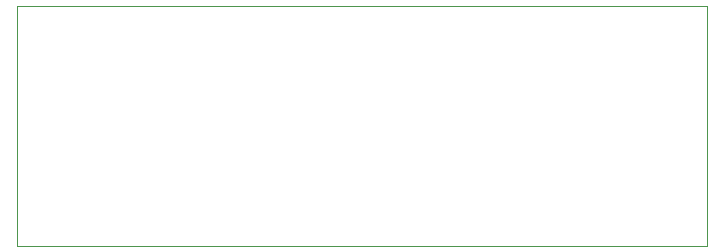
<source format=gtp>
G75*
%MOIN*%
%OFA0B0*%
%FSLAX25Y25*%
%IPPOS*%
%LPD*%
%AMOC8*
5,1,8,0,0,1.08239X$1,22.5*
%
%ADD10C,0.00000*%
D10*
X0001000Y0001301D02*
X0001000Y0081261D01*
X0230999Y0081260D01*
X0230999Y0001300D01*
X0001000Y0001301D01*
M02*

</source>
